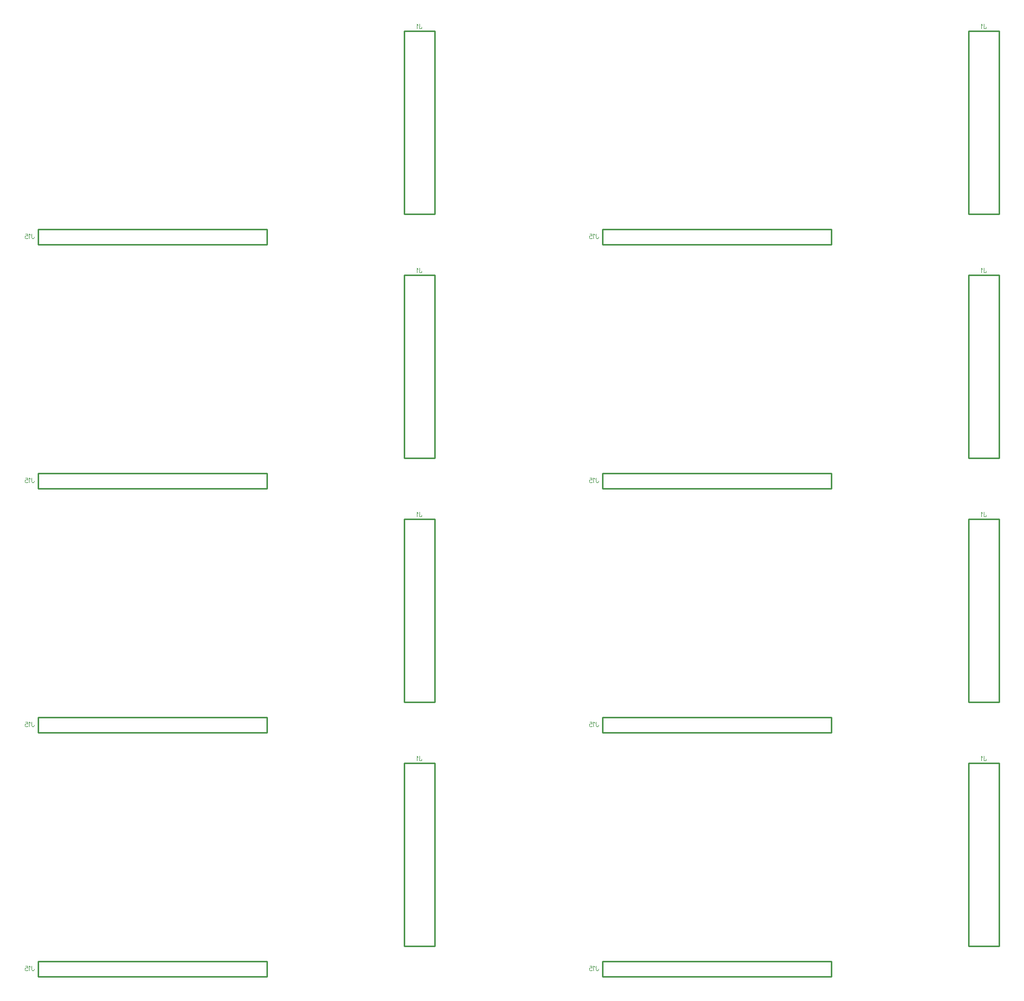
<source format=gbr>
G04 DipTrace 2.4.0.2*
%INBottomSilk.gbr*%
%MOIN*%
%ADD10C,0.0098*%
%ADD87C,0.0046*%
%FSLAX44Y44*%
G04*
G70*
G90*
G75*
G01*
%LNBotSilk*%
%LPD*%
X35440Y18440D2*
D10*
X37440D1*
Y6440D1*
X35440D1*
Y18440D1*
X11441Y4440D2*
X26440D1*
Y5440D1*
X11441D1*
Y4440D1*
X36451Y18879D2*
D87*
Y18650D1*
X36465Y18607D1*
X36480Y18593D1*
X36508Y18578D1*
X36537D1*
X36565Y18593D1*
X36580Y18607D1*
X36594Y18650D1*
Y18679D1*
X36358Y18822D2*
X36329Y18836D1*
X36286Y18879D1*
Y18578D1*
X11035Y5122D2*
Y4893D1*
X11049Y4850D1*
X11064Y4835D1*
X11092Y4821D1*
X11121D1*
X11150Y4835D1*
X11164Y4850D1*
X11179Y4893D1*
Y4921D1*
X10942Y5064D2*
X10913Y5079D1*
X10870Y5122D1*
Y4821D1*
X10606Y5122D2*
X10749D1*
X10763Y4993D1*
X10749Y5007D1*
X10706Y5022D1*
X10663D1*
X10620Y5007D1*
X10591Y4979D1*
X10577Y4935D1*
Y4907D1*
X10591Y4864D1*
X10620Y4835D1*
X10663Y4821D1*
X10706D1*
X10749Y4835D1*
X10763Y4850D1*
X10778Y4878D1*
X72440Y18440D2*
D10*
X74440D1*
Y6440D1*
X72440D1*
Y18440D1*
X48441Y4440D2*
X63440D1*
Y5440D1*
X48441D1*
Y4440D1*
X73451Y18879D2*
D87*
Y18650D1*
X73465Y18607D1*
X73480Y18593D1*
X73508Y18578D1*
X73537D1*
X73565Y18593D1*
X73580Y18607D1*
X73594Y18650D1*
Y18679D1*
X73358Y18822D2*
X73329Y18836D1*
X73286Y18879D1*
Y18578D1*
X48035Y5122D2*
Y4893D1*
X48049Y4850D1*
X48064Y4835D1*
X48092Y4821D1*
X48121D1*
X48150Y4835D1*
X48164Y4850D1*
X48179Y4893D1*
Y4921D1*
X47942Y5064D2*
X47913Y5079D1*
X47870Y5122D1*
Y4821D1*
X47606Y5122D2*
X47749D1*
X47763Y4993D1*
X47749Y5007D1*
X47706Y5022D1*
X47663D1*
X47620Y5007D1*
X47591Y4979D1*
X47577Y4935D1*
Y4907D1*
X47591Y4864D1*
X47620Y4835D1*
X47663Y4821D1*
X47706D1*
X47749Y4835D1*
X47763Y4850D1*
X47778Y4878D1*
X35440Y34440D2*
D10*
X37440D1*
Y22440D1*
X35440D1*
Y34440D1*
X11441Y20440D2*
X26440D1*
Y21440D1*
X11441D1*
Y20440D1*
X36451Y34879D2*
D87*
Y34650D1*
X36465Y34607D1*
X36480Y34593D1*
X36508Y34578D1*
X36537D1*
X36565Y34593D1*
X36580Y34607D1*
X36594Y34650D1*
Y34679D1*
X36358Y34822D2*
X36329Y34836D1*
X36286Y34879D1*
Y34578D1*
X11035Y21122D2*
Y20893D1*
X11049Y20850D1*
X11064Y20835D1*
X11092Y20821D1*
X11121D1*
X11150Y20835D1*
X11164Y20850D1*
X11179Y20893D1*
Y20921D1*
X10942Y21064D2*
X10913Y21079D1*
X10870Y21122D1*
Y20821D1*
X10606Y21122D2*
X10749D1*
X10763Y20993D1*
X10749Y21007D1*
X10706Y21022D1*
X10663D1*
X10620Y21007D1*
X10591Y20979D1*
X10577Y20935D1*
Y20907D1*
X10591Y20864D1*
X10620Y20835D1*
X10663Y20821D1*
X10706D1*
X10749Y20835D1*
X10763Y20850D1*
X10778Y20878D1*
X72440Y34440D2*
D10*
X74440D1*
Y22440D1*
X72440D1*
Y34440D1*
X48441Y20440D2*
X63440D1*
Y21440D1*
X48441D1*
Y20440D1*
X73451Y34879D2*
D87*
Y34650D1*
X73465Y34607D1*
X73480Y34593D1*
X73508Y34578D1*
X73537D1*
X73565Y34593D1*
X73580Y34607D1*
X73594Y34650D1*
Y34679D1*
X73358Y34822D2*
X73329Y34836D1*
X73286Y34879D1*
Y34578D1*
X48035Y21122D2*
Y20893D1*
X48049Y20850D1*
X48064Y20835D1*
X48092Y20821D1*
X48121D1*
X48150Y20835D1*
X48164Y20850D1*
X48179Y20893D1*
Y20921D1*
X47942Y21064D2*
X47913Y21079D1*
X47870Y21122D1*
Y20821D1*
X47606Y21122D2*
X47749D1*
X47763Y20993D1*
X47749Y21007D1*
X47706Y21022D1*
X47663D1*
X47620Y21007D1*
X47591Y20979D1*
X47577Y20935D1*
Y20907D1*
X47591Y20864D1*
X47620Y20835D1*
X47663Y20821D1*
X47706D1*
X47749Y20835D1*
X47763Y20850D1*
X47778Y20878D1*
X35440Y50440D2*
D10*
X37440D1*
Y38440D1*
X35440D1*
Y50440D1*
X11441Y36440D2*
X26440D1*
Y37440D1*
X11441D1*
Y36440D1*
X36451Y50879D2*
D87*
Y50650D1*
X36465Y50607D1*
X36480Y50593D1*
X36508Y50578D1*
X36537D1*
X36565Y50593D1*
X36580Y50607D1*
X36594Y50650D1*
Y50679D1*
X36358Y50822D2*
X36329Y50836D1*
X36286Y50879D1*
Y50578D1*
X11035Y37122D2*
Y36893D1*
X11049Y36850D1*
X11064Y36835D1*
X11092Y36821D1*
X11121D1*
X11150Y36835D1*
X11164Y36850D1*
X11179Y36893D1*
Y36921D1*
X10942Y37064D2*
X10913Y37079D1*
X10870Y37122D1*
Y36821D1*
X10606Y37122D2*
X10749D1*
X10763Y36993D1*
X10749Y37007D1*
X10706Y37022D1*
X10663D1*
X10620Y37007D1*
X10591Y36979D1*
X10577Y36935D1*
Y36907D1*
X10591Y36864D1*
X10620Y36835D1*
X10663Y36821D1*
X10706D1*
X10749Y36835D1*
X10763Y36850D1*
X10778Y36878D1*
X72440Y50440D2*
D10*
X74440D1*
Y38440D1*
X72440D1*
Y50440D1*
X48441Y36440D2*
X63440D1*
Y37440D1*
X48441D1*
Y36440D1*
X73451Y50879D2*
D87*
Y50650D1*
X73465Y50607D1*
X73480Y50593D1*
X73508Y50578D1*
X73537D1*
X73565Y50593D1*
X73580Y50607D1*
X73594Y50650D1*
Y50679D1*
X73358Y50822D2*
X73329Y50836D1*
X73286Y50879D1*
Y50578D1*
X48035Y37122D2*
Y36893D1*
X48049Y36850D1*
X48064Y36835D1*
X48092Y36821D1*
X48121D1*
X48150Y36835D1*
X48164Y36850D1*
X48179Y36893D1*
Y36921D1*
X47942Y37064D2*
X47913Y37079D1*
X47870Y37122D1*
Y36821D1*
X47606Y37122D2*
X47749D1*
X47763Y36993D1*
X47749Y37007D1*
X47706Y37022D1*
X47663D1*
X47620Y37007D1*
X47591Y36979D1*
X47577Y36935D1*
Y36907D1*
X47591Y36864D1*
X47620Y36835D1*
X47663Y36821D1*
X47706D1*
X47749Y36835D1*
X47763Y36850D1*
X47778Y36878D1*
X35440Y66440D2*
D10*
X37440D1*
Y54440D1*
X35440D1*
Y66440D1*
X11441Y52440D2*
X26440D1*
Y53440D1*
X11441D1*
Y52440D1*
X36451Y66879D2*
D87*
Y66650D1*
X36465Y66607D1*
X36480Y66593D1*
X36508Y66578D1*
X36537D1*
X36565Y66593D1*
X36580Y66607D1*
X36594Y66650D1*
Y66679D1*
X36358Y66822D2*
X36329Y66836D1*
X36286Y66879D1*
Y66578D1*
X11035Y53122D2*
Y52893D1*
X11049Y52850D1*
X11064Y52835D1*
X11092Y52821D1*
X11121D1*
X11150Y52835D1*
X11164Y52850D1*
X11179Y52893D1*
Y52921D1*
X10942Y53064D2*
X10913Y53079D1*
X10870Y53122D1*
Y52821D1*
X10606Y53122D2*
X10749D1*
X10763Y52993D1*
X10749Y53007D1*
X10706Y53022D1*
X10663D1*
X10620Y53007D1*
X10591Y52979D1*
X10577Y52935D1*
Y52907D1*
X10591Y52864D1*
X10620Y52835D1*
X10663Y52821D1*
X10706D1*
X10749Y52835D1*
X10763Y52850D1*
X10778Y52878D1*
X72440Y66440D2*
D10*
X74440D1*
Y54440D1*
X72440D1*
Y66440D1*
X48441Y52440D2*
X63440D1*
Y53440D1*
X48441D1*
Y52440D1*
X73451Y66879D2*
D87*
Y66650D1*
X73465Y66607D1*
X73480Y66593D1*
X73508Y66578D1*
X73537D1*
X73565Y66593D1*
X73580Y66607D1*
X73594Y66650D1*
Y66679D1*
X73358Y66822D2*
X73329Y66836D1*
X73286Y66879D1*
Y66578D1*
X48035Y53122D2*
Y52893D1*
X48049Y52850D1*
X48064Y52835D1*
X48092Y52821D1*
X48121D1*
X48150Y52835D1*
X48164Y52850D1*
X48179Y52893D1*
Y52921D1*
X47942Y53064D2*
X47913Y53079D1*
X47870Y53122D1*
Y52821D1*
X47606Y53122D2*
X47749D1*
X47763Y52993D1*
X47749Y53007D1*
X47706Y53022D1*
X47663D1*
X47620Y53007D1*
X47591Y52979D1*
X47577Y52935D1*
Y52907D1*
X47591Y52864D1*
X47620Y52835D1*
X47663Y52821D1*
X47706D1*
X47749Y52835D1*
X47763Y52850D1*
X47778Y52878D1*
M02*

</source>
